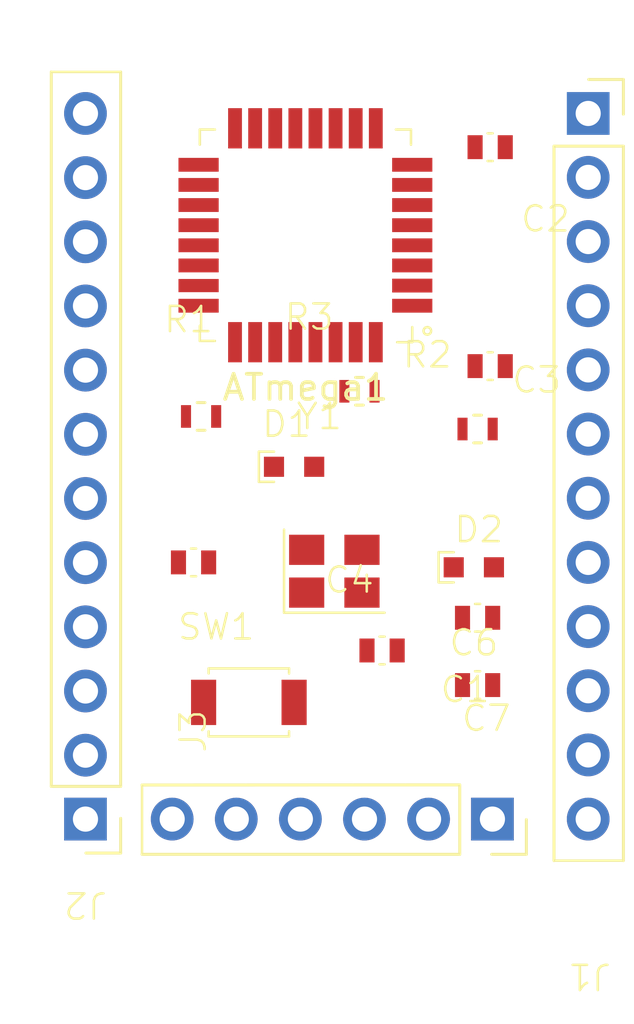
<source format=kicad_pcb>
(kicad_pcb (version 20241229) (generator "pcbnew") (generator_version "9.0")
  (layers (0 "F.Cu" signal) (2 "B.Cu" signal) (13 "F.Paste" user) (15 "B.Paste" user) (5 "F.SilkS" user "F.Silkscreen") (7 "B.SilkS" user "B.Silkscreen") (1 "F.Mask" user) (3 "B.Mask" user) (25 "Edge.Cuts" user))
  (net 0 "")
  (net 1 "Net-(C1-Pad2)")
  (net 2 "RAW")
  (net 3 "Net-(C6-Pad2)")
  (net 4 "Net-(C7-Pad2)")
  (net 5 "Net-(D1-A)")
  (net 6 "Net-(D1-K)")
  (net 7 "Net-(D2-K)")
  (net 8 "D3")
  (net 9 "D7")
  (net 10 "D2")
  (net 11 "GND")
  (net 12 "D6")
  (net 13 "DTR")
  (net 14 "D8")
  (net 15 "D5")
  (net 16 "RXI")
  (net 17 "D9")
  (net 18 "TXO")
  (net 19 "D4")
  (net 20 "D10")
  (net 21 "VCC")
  (net 22 "A1")
  (net 23 "SCK")
  (net 24 "A3")
  (net 25 "MISO")
  (net 26 "A2")
  (net 27 "A0")
  (net 28 "MOSI")
  (net 29 "Net-(R2-Pad2)")
  (net 30 "Net-(R3-Pad1)")
  (net 31 "Net-(ATmega1-AVCC)")
  (net 32 "A5")
  (net 33 "A7")
  (net 34 "A6")
  (net 35 "Net-(ATmega1-XTAL1{slash}PB6)")
  (net 36 "Net-(ATmega1-XTAL2{slash}PB7)")
  (net 37 "Net-(ATmega1-AREF)")
  (net 38 "A4")
  (net 39 "Net-(ATmega1-GND)")
  (net 40 "Net-(C3-Pad1)")
  (net 41 "Net-(C4-Pad1)")
  (net 42 "Net-(C4-Pad2)")
  (net 43 "Net-(Y1-Pad4)")
  (footprint "my_project:capacitor" (layer "F.Cu") (at 86.3 111.875)
    (property "Reference" "C7" (at -0.35 0.62 0) (layer "F.SilkS") (effects (font (thickness 0.1))))
    (property "Value" "100nF")
    (fp_line (start -0.6 -1.25) (end -0.8 -1.25) (stroke (width 0.1)) (layer "F.SilkS"))
    (fp_line (start -0.6 -0.15) (end -0.8 -0.15) (stroke (width 0.1)) (layer "F.SilkS"))
    (pad "1" smd rect (at -1.3 -0.7) (size 0.6 0.95) (layers "F.Cu" "F.Mask" "F.Paste") (net 2 "RAW"))
    (pad "2" smd rect (at -0.1 -0.7) (size 0.6 0.95) (layers "F.Cu" "F.Mask" "F.Paste") (net 4 "Net-(C7-Pad2)"))
  )
  (footprint "my_project:connector_3" (layer "F.Cu") (at 66.85 116.5 90)
    (property "Reference" "J3" (at 3.4925 7.4325 90) (layer "F.SilkS") (effects (font (thickness 0.1))))
    (property "Value" "~")
    (fp_line (start 1.355 5.4) (end -1.405 5.4) (stroke (width 0.1)) (layer "F.SilkS"))
    (fp_line (start 1.36 18.04) (end 1.355 5.4) (stroke (width 0.12)) (layer "F.SilkS"))
    (fp_line (start -1.4 18.04) (end -1.4 5.4) (stroke (width 0.12)) (layer "F.SilkS"))
    (fp_line (start -1.4 18.04) (end 1.36 18.04) (stroke (width 0.12)) (layer "F.SilkS"))
    (fp_line (start -1.4 19.31) (end -1.4 20.69) (stroke (width 0.12)) (layer "F.SilkS"))
    (fp_line (start -1.4 20.69) (end -0.02 20.69) (stroke (width 0.12)) (layer "F.SilkS"))
    (pad "1" thru_hole rect (at 0 19.34 90) (size 1.7 1.7) (drill 1) (layers "*.Cu" "*.Mask") (net 13 "DTR"))
    (pad "2" thru_hole circle (at 0 16.8 90) (size 1.7 1.7) (drill 1) (layers "*.Cu" "*.Mask") (net 18 "TXO"))
    (pad "3" thru_hole circle (at 0 14.25 90) (size 1.7 1.7) (drill 1) (layers "*.Cu" "*.Mask") (net 16 "RXI"))
    (pad "4" thru_hole circle (at 0 11.7 90) (size 1.7 1.7) (drill 1) (layers "*.Cu" "*.Mask") (net 21 "VCC"))
    (pad "5" thru_hole circle (at 0 9.15 90) (size 1.7 1.7) (drill 1) (layers "*.Cu" "*.Mask") (net 11 "GND"))
    (pad "6" thru_hole circle (at 0 6.6 90) (size 1.7 1.7) (drill 1) (layers "*.Cu" "*.Mask") (net 11 "GND"))
  )
  (footprint "my_project:switch" (layer "F.Cu") (at 76.5 106.8125)
    (property "Reference" "SW1" (at -1.3 2.05 0) (layer "F.SilkS") (effects (font (thickness 0.1))))
    (property "Value" "SW_Push")
    (fp_line (start -1.6 3.7) (end 1.6 3.7) (stroke (width 0.1)) (layer "F.SilkS"))
    (fp_line (start -1.6 3.9) (end -1.6 3.7) (stroke (width 0.1)) (layer "F.SilkS"))
    (fp_line (start -1.6 6.2) (end -1.6 6.4) (stroke (width 0.1)) (layer "F.SilkS"))
    (fp_line (start -1.6 6.4) (end 1.6 6.4) (stroke (width 0.1)) (layer "F.SilkS"))
    (fp_line (start 1.6 3.7) (end 1.6 3.9) (stroke (width 0.1)) (layer "F.SilkS"))
    (fp_line (start 1.6 6.4) (end 1.6 6.2) (stroke (width 0.1)) (layer "F.SilkS"))
    (pad "1" smd rect (at -1.8 5.05) (size 1 1.8) (layers "F.Cu" "F.Mask" "F.Paste") (net 42 "Net-(C4-Pad2)"))
    (pad "2" smd rect (at 1.8 5.05) (size 1 1.8) (layers "F.Cu" "F.Mask" "F.Paste") (net 13 "DTR"))
  )
  (footprint "my_project:capacitor" (layer "F.Cu") (at 75 107)
    (property "Reference" "C4" (at 5.5 0 0) (layer "F.SilkS") (effects (font (thickness 0.1))))
    (property "Value" "100nF")
    (fp_line (start -0.6 -1.25) (end -0.8 -1.25) (stroke (width 0.1)) (layer "F.SilkS"))
    (fp_line (start -0.6 -0.15) (end -0.8 -0.15) (stroke (width 0.1)) (layer "F.SilkS"))
    (pad "1" smd rect (at -1.3 -0.7) (size 0.6 0.95) (layers "F.Cu" "F.Mask" "F.Paste") (net 41 "Net-(C4-Pad1)"))
    (pad "2" smd rect (at -0.1 -0.7) (size 0.6 0.95) (layers "F.Cu" "F.Mask" "F.Paste") (net 42 "Net-(C4-Pad2)"))
  )
  (footprint "my_project:capacitor" (layer "F.Cu") (at 86.8 99.2)
    (property "Reference" "C3" (at 1.15 -0.15 0) (layer "F.SilkS") (effects (font (thickness 0.1))))
    (property "Value" "100nF")
    (fp_line (start -0.6 -1.25) (end -0.8 -1.25) (stroke (width 0.1)) (layer "F.SilkS"))
    (fp_line (start -0.6 -0.15) (end -0.8 -0.15) (stroke (width 0.1)) (layer "F.SilkS"))
    (pad "1" smd rect (at -1.3 -0.7) (size 0.6 0.95) (layers "F.Cu" "F.Mask" "F.Paste") (net 40 "Net-(C3-Pad1)"))
    (pad "2" smd rect (at -0.1 -0.7) (size 0.6 0.95) (layers "F.Cu" "F.Mask" "F.Paste") (net 37 "Net-(ATmega1-AREF)"))
  )
  (footprint "my_project:Resistor" (layer "F.Cu") (at 85.6 96.55)
    (property "Reference" "R2" (at -2 1.5 0) (layer "F.SilkS") (effects (font (thickness 0.1))))
    (property "Value" "~")
    (fp_line (start -0.153641 3.9) (end 0.153641 3.9) (stroke (width 0.12)) (layer "F.SilkS"))
    (fp_line (start -0.153641 5) (end 0.153641 5) (stroke (width 0.12)) (layer "F.SilkS"))
    (pad "1" smd rect (at -0.6 4.45) (size 0.4 0.9) (layers "F.Cu" "F.Mask" "F.Paste") (net 7 "Net-(D2-K)"))
    (pad "2" smd rect (at 0.6 4.45) (size 0.4 0.9) (layers "F.Cu" "F.Mask" "F.Paste") (net 29 "Net-(R2-Pad2)"))
  )
  (footprint "my_project:Resistor" (layer "F.Cu") (at 74.6 96.05)
    (property "Reference" "R1" (at -0.5 0.6 0) (layer "F.SilkS") (effects (font (thickness 0.1))))
    (property "Value" "330")
    (fp_line (start -0.153641 3.9) (end 0.153641 3.9) (stroke (width 0.12)) (layer "F.SilkS"))
    (fp_line (start -0.153641 5) (end 0.153641 5) (stroke (width 0.12)) (layer "F.SilkS"))
    (pad "1" smd rect (at -0.6 4.45) (size 0.4 0.9) (layers "F.Cu" "F.Mask" "F.Paste") (net 23 "SCK"))
    (pad "2" smd rect (at 0.6 4.45) (size 0.4 0.9) (layers "F.Cu" "F.Mask" "F.Paste") (net 5 "Net-(D1-A)"))
  )
  (footprint "my_project:capacitor" (layer "F.Cu") (at 86.3 109.2)
    (property "Reference" "C6" (at -0.85 0.295 0) (layer "F.SilkS") (effects (font (thickness 0.1))))
    (property "Value" "1uF")
    (fp_line (start -0.6 -1.25) (end -0.8 -1.25) (stroke (width 0.1)) (layer "F.SilkS"))
    (fp_line (start -0.6 -0.15) (end -0.8 -0.15) (stroke (width 0.1)) (layer "F.SilkS"))
    (pad "1" smd rect (at -1.3 -0.7) (size 0.6 0.95) (layers "F.Cu" "F.Mask" "F.Paste") (net 2 "RAW"))
    (pad "2" smd rect (at -0.1 -0.7) (size 0.6 0.95) (layers "F.Cu" "F.Mask" "F.Paste") (net 3 "Net-(C6-Pad2)"))
  )
  (footprint "my_project:connector_1" (layer "F.Cu") (at 90.05 122.25 180)
    (property "Reference" "J1" (at 0 -0.5 180) (layer "F.SilkS") (effects (font (thickness 0.1))))
    (property "Value" "~")
    (fp_line (start 1.41 32.49) (end 1.41 4.1) (stroke (width 0.12)) (layer "F.SilkS"))
    (fp_line (start 1.41 4.1) (end -1.35 4.1) (stroke (width 0.1)) (layer "F.SilkS"))
    (fp_line (start -1.35 35.14) (end 0.03 35.14) (stroke (width 0.12)) (layer "F.SilkS"))
    (fp_line (start -1.35 33.76) (end -1.35 35.14) (stroke (width 0.12)) (layer "F.SilkS"))
    (fp_line (start -1.35 32.49) (end 1.41 32.49) (stroke (width 0.12)) (layer "F.SilkS"))
    (fp_line (start -1.35 32.49) (end -1.35 4.1) (stroke (width 0.12)) (layer "F.SilkS"))
    (pad "1" thru_hole rect (at 0.05 33.79 180) (size 1.7 1.7) (drill 1) (layers "*.Cu" "*.Mask") (net 17 "D9"))
    (pad "2" thru_hole circle (at 0.05 31.25 180) (size 1.7 1.7) (drill 1) (layers "*.Cu" "*.Mask") (net 14 "D8"))
    (pad "3" thru_hole circle (at 0.05 28.7 180) (size 1.7 1.7) (drill 1) (layers "*.Cu" "*.Mask") (net 9 "D7"))
    (pad "4" thru_hole circle (at 0.05 26.15 180) (size 1.7 1.7) (drill 1) (layers "*.Cu" "*.Mask") (net 12 "D6"))
    (pad "5" thru_hole circle (at 0.05 23.6 180) (size 1.7 1.7) (drill 1) (layers "*.Cu" "*.Mask") (net 15 "D5"))
    (pad "6" thru_hole circle (at 0.05 21.05 180) (size 1.7 1.7) (drill 1) (layers "*.Cu" "*.Mask") (net 19 "D4"))
    (pad "7" thru_hole circle (at 0.05 18.5 180) (size 1.7 1.7) (drill 1) (layers "*.Cu" "*.Mask") (net 8 "D3"))
    (pad "8" thru_hole circle (at 0.05 15.95 180) (size 1.7 1.7) (drill 1) (layers "*.Cu" "*.Mask") (net 10 "D2"))
    (pad "9" thru_hole circle (at 0.05 13.4 180) (size 1.7 1.7) (drill 1) (layers "*.Cu" "*.Mask") (net 11 "GND"))
    (pad "10" thru_hole circle (at 0.05 10.85 180) (size 1.7 1.7) (drill 1) (layers "*.Cu" "*.Mask") (net 13 "DTR"))
    (pad "11" thru_hole circle (at 0.05 8.3 180) (size 1.7 1.7) (drill 1) (layers "*.Cu" "*.Mask") (net 16 "RXI"))
    (pad "12" thru_hole circle (at 0.05 5.75 180) (size 1.7 1.7) (drill 1) (layers "*.Cu" "*.Mask") (net 18 "TXO"))
  )
  (footprint "my_project:ATmega328-PAU" (layer "F.Cu") (at 78.75 93.3 180)
    (property "Reference" "ATmega1" (at 0 -6.05 0) (layer "F.SilkS"))
    (property "Value" "~")
    (fp_line (start 4.2 4.2) (end 3.6 4.2) (stroke (width 0.1)) (layer "F.SilkS"))
    (fp_line (start 4.2 3.6) (end 4.2 4.2) (stroke (width 0.1)) (layer "F.SilkS"))
    (fp_line (start 4.2 -4.2) (end 4.2 -3.6) (stroke (width 0.1)) (layer "F.SilkS"))
    (fp_line (start 3.6 -4.2) (end 4.2 -4.2) (stroke (width 0.1)) (layer "F.SilkS"))
    (fp_line (start -3.6 4.2) (end -4.2 4.2) (stroke (width 0.1)) (layer "F.SilkS"))
    (fp_line (start -4.2 4.2) (end -4.2 3.6) (stroke (width 0.1)) (layer "F.SilkS"))
    (fp_line (start -4.25 -3.65) (end -4.25 -4.25) (stroke (width 0.1)) (layer "F.SilkS"))
    (fp_line (start -4.25 -4.25) (end -3.65 -4.25) (stroke (width 0.1)) (layer "F.SilkS"))
    (fp_circle (center -4.85 -3.8) (end -5 -3.8) (stroke (width 0.1)) (fill no) (layer "F.SilkS"))
    (pad "1" smd rect (at -4.25 -2.8 270) (size 0.55 1.6) (layers "F.Cu" "F.Mask" "F.Paste") (net 8 "D3"))
    (pad "2" smd rect (at -4.25 -2 270) (size 0.55 1.6) (layers "F.Cu" "F.Mask" "F.Paste") (net 19 "D4"))
    (pad "3" smd rect (at -4.25 -1.2 270) (size 0.55 1.6) (layers "F.Cu" "F.Mask" "F.Paste") (net 39 "Net-(ATmega1-GND)"))
    (pad "4" smd rect (at -4.25 -0.4 270) (size 0.55 1.6) (layers "F.Cu" "F.Mask" "F.Paste") (net 31 "Net-(ATmega1-AVCC)"))
    (pad "5" smd rect (at -4.25 0.4 270) (size 0.55 1.6) (layers "F.Cu" "F.Mask" "F.Paste"))
    (pad "6" smd rect (at -4.25 1.2 270) (size 0.55 1.6) (layers "F.Cu" "F.Mask" "F.Paste"))
    (pad "7" smd rect (at -4.25 2 270) (size 0.55 1.6) (layers "F.Cu" "F.Mask" "F.Paste") (net 35 "Net-(ATmega1-XTAL1{slash}PB6)"))
    (pad "8" smd rect (at -4.25 2.8 270) (size 0.55 1.6) (layers "F.Cu" "F.Mask" "F.Paste") (net 36 "Net-(ATmega1-XTAL2{slash}PB7)"))
    (pad "9" smd rect (at -2.8 4.25 180) (size 0.55 1.6) (layers "F.Cu" "F.Mask" "F.Paste") (net 15 "D5"))
    (pad "10" smd rect (at -2 4.25 180) (size 0.55 1.6) (layers "F.Cu" "F.Mask" "F.Paste") (net 12 "D6"))
    (pad "11" smd rect (at -1.2 4.25 180) (size 0.55 1.6) (layers "F.Cu" "F.Mask" "F.Paste") (net 9 "D7"))
    (pad "12" smd rect (at -0.4 4.25 180) (size 0.55 1.6) (layers "F.Cu" "F.Mask" "F.Paste") (net 14 "D8"))
    (pad "13" smd rect (at 0.4 4.25 180) (size 0.55 1.6) (layers "F.Cu" "F.Mask" "F.Paste") (net 17 "D9"))
    (pad "14" smd rect (at 1.2 4.25 180) (size 0.55 1.6) (layers "F.Cu" "F.Mask" "F.Paste") (net 20 "D10"))
    (pad "15" smd rect (at 2 4.25 180) (size 0.55 1.6) (layers "F.Cu" "F.Mask" "F.Paste") (net 28 "MOSI"))
    (pad "16" smd rect (at 2.8 4.25 180) (size 0.55 1.6) (layers "F.Cu" "F.Mask" "F.Paste") (net 25 "MISO"))
    (pad "17" smd rect (at 4.25 2.8 270) (size 0.55 1.6) (layers "F.Cu" "F.Mask" "F.Paste") (net 23 "SCK"))
    (pad "18" smd rect (at 4.25 2 270) (size 0.55 1.6) (layers "F.Cu" "F.Mask" "F.Paste") (net 31 "Net-(ATmega1-AVCC)"))
    (pad "19" smd rect (at 4.25 1.2 270) (size 0.55 1.6) (layers "F.Cu" "F.Mask" "F.Paste") (net 34 "A6"))
    (pad "20" smd rect (at 4.25 0.4 270) (size 0.55 1.6) (layers "F.Cu" "F.Mask" "F.Paste") (net 37 "Net-(ATmega1-AREF)"))
    (pad "21" smd rect (at 4.25 -0.4 270) (size 0.55 1.6) (layers "F.Cu" "F.Mask" "F.Paste"))
    (pad "22" smd rect (at 4.25 -1.2 270) (size 0.55 1.6) (layers "F.Cu" "F.Mask" "F.Paste") (net 33 "A7"))
    (pad "23" smd rect (at 4.25 -2 270) (size 0.525 1.6) (layers "F.Cu" "F.Mask" "F.Paste") (net 27 "A0") (clearance 0))
    (pad "24" smd rect (at 4.25 -2.8 270) (size 0.55 1.6) (layers "F.Cu" "F.Mask" "F.Paste") (net 22 "A1"))
    (pad "25" smd rect (at 2.8 -4.25 180) (size 0.55 1.6) (layers "F.Cu" "F.Mask" "F.Paste") (net 26 "A2"))
    (pad "26" smd rect (at 2 -4.25 180) (size 0.55 1.6) (layers "F.Cu" "F.Mask" "F.Paste") (net 24 "A3"))
    (pad "27" smd rect (at 1.2 -4.25 180) (size 0.55 1.6) (layers "F.Cu" "F.Mask" "F.Paste") (net 38 "A4"))
    (pad "28" smd rect (at 0.4 -4.25 180) (size 0.55 1.6) (layers "F.Cu" "F.Mask" "F.Paste") (net 32 "A5"))
    (pad "29" smd rect (at -0.4 -4.25 180) (size 0.55 1.6) (layers "F.Cu" "F.Mask" "F.Paste") (net 13 "DTR"))
    (pad "30" smd rect (at -1.2 -4.25 180) (size 0.55 1.6) (layers "F.Cu" "F.Mask" "F.Paste") (net 16 "RXI"))
    (pad "31" smd rect (at -2 -4.25 180) (size 0.55 1.6) (layers "F.Cu" "F.Mask" "F.Paste") (net 18 "TXO"))
    (pad "32" smd rect (at -2.8 -4.25 180) (size 0.55 1.6) (layers "F.Cu" "F.Mask" "F.Paste") (net 10 "D2"))
  )
  (footprint "my_project:Crystal" (layer "F.Cu") (at 79.95 100.7)
    (property "Reference" "Y1" (at -0.65 -0.2 0) (layer "F.SilkS") (effects (font (thickness 0.1))))
    (property "Value" "16MHz")
    (fp_line (start -2.05 4.3) (end -2.05 7.6) (stroke (width 0.1)) (layer "F.SilkS"))
    (fp_line (start -2.05 7.6) (end 1.95 7.6) (stroke (width 0.1)) (layer "F.SilkS"))
    (pad "1" smd rect (at -1.15 6.8) (size 1.4 1.2) (layers "F.Cu" "F.Mask" "F.Paste") (net 35 "Net-(ATmega1-XTAL1{slash}PB6)"))
    (pad "2" smd rect (at 1.05 6.8) (size 1.4 1.2) (layers "F.Cu" "F.Mask" "F.Paste") (net 1 "Net-(C1-Pad2)"))
    (pad "3" smd rect (at 1.05 5.1) (size 1.4 1.2) (layers "F.Cu" "F.Mask" "F.Paste") (net 36 "Net-(ATmega1-XTAL2{slash}PB7)"))
    (pad "4" smd rect (at -1.15 5.1) (size 1.4 1.2) (layers "F.Cu" "F.Mask" "F.Paste") (net 43 "Net-(Y1-Pad4)"))
  )
  (footprint "my_project:led" (layer "F.Cu") (at 85.45 106.495)
    (property "Reference" "D2" (at 0.2 -1.5 0) (layer "F.SilkS") (effects (font (thickness 0.1))))
    (property "Value" "Red")
    (fp_line (start -1.4 -0.6) (end -1.4 0.6) (stroke (width 0.1)) (layer "F.SilkS"))
    (fp_line (start -1.4 0.6) (end -0.8 0.6) (stroke (width 0.1)) (layer "F.SilkS"))
    (fp_line (start -0.8 -0.6) (end -1.4 -0.6) (stroke (width 0.1)) (layer "F.SilkS"))
    (pad "1" smd rect (at -0.8 0) (size 0.8 0.8) (layers "F.Cu" "F.Mask" "F.Paste") (net 7 "Net-(D2-K)"))
    (pad "2" smd rect (at 0.8 0) (size 0.8 0.8) (layers "F.Cu" "F.Mask" "F.Paste") (net 2 "RAW"))
  )
  (footprint "my_project:led" (layer "F.Cu") (at 78.3 102.5)
    (property "Reference" "D1" (at -0.3 -1.695 0) (layer "F.SilkS") (effects (font (thickness 0.1))))
    (property "Value" "Green")
    (fp_line (start -1.4 -0.6) (end -1.4 0.6) (stroke (width 0.1)) (layer "F.SilkS"))
    (fp_line (start -1.4 0.6) (end -0.8 0.6) (stroke (width 0.1)) (layer "F.SilkS"))
    (fp_line (start -0.8 -0.6) (end -1.4 -0.6) (stroke (width 0.1)) (layer "F.SilkS"))
    (pad "1" smd rect (at -0.8 0) (size 0.8 0.8) (layers "F.Cu" "F.Mask" "F.Paste") (net 6 "Net-(D1-K)"))
    (pad "2" smd rect (at 0.8 0) (size 0.8 0.8) (layers "F.Cu" "F.Mask" "F.Paste") (net 5 "Net-(D1-A)"))
  )
  (footprint "my_project:Resistor" (layer "F.Cu") (at 80.9 95.05)
    (property "Reference" "R3" (at -2 1.5 0) (layer "F.SilkS") (effects (font (thickness 0.1))))
    (property "Value" "10K")
    (fp_line (start -0.153641 3.9) (end 0.153641 3.9) (stroke (width 0.12)) (layer "F.SilkS"))
    (fp_line (start -0.153641 5) (end 0.153641 5) (stroke (width 0.12)) (layer "F.SilkS"))
    (pad "1" smd rect (at -0.6 4.45) (size 0.4 0.9) (layers "F.Cu" "F.Mask" "F.Paste") (net 30 "Net-(R3-Pad1)"))
    (pad "2" smd rect (at 0.6 4.45) (size 0.4 0.9) (layers "F.Cu" "F.Mask" "F.Paste") (net 13 "DTR"))
  )
  (footprint "my_project:connector_2" (layer "F.Cu") (at 70 124.41 180)
    (property "Reference" "J2" (at 0 4.5 180) (layer "F.SilkS") (effects (font (thickness 0.1))))
    (property "Value" "~")
    (fp_line (start 1.36 37.6) (end -1.4 37.6) (stroke (width 0.1)) (layer "F.SilkS"))
    (fp_line (start 1.36 9.21) (end 1.36 37.6) (stroke (width 0.12)) (layer "F.SilkS"))
    (fp_line (start -1.4 9.21) (end 1.36 9.21) (stroke (width 0.12)) (layer "F.SilkS"))
    (fp_line (start -1.4 9.21) (end -1.4 37.6) (stroke (width 0.12)) (layer "F.SilkS"))
    (fp_line (start -1.4 7.94) (end -1.4 6.56) (stroke (width 0.12)) (layer "F.SilkS"))
    (fp_line (start -1.4 6.56) (end -0.02 6.56) (stroke (width 0.12)) (layer "F.SilkS"))
    (pad "1" thru_hole rect (at 0 7.91 180) (size 1.7 1.7) (drill 1) (layers "*.Cu" "*.Mask") (net 2 "RAW"))
    (pad "2" thru_hole circle (at 0 10.45 180) (size 1.7 1.7) (drill 1) (layers "*.Cu" "*.Mask") (net 11 "GND"))
    (pad "3" thru_hole circle (at 0 13 180) (size 1.7 1.7) (drill 1) (layers "*.Cu" "*.Mask") (net 13 "DTR"))
    (pad "4" thru_hole circle (at 0 15.55 180) (size 1.7 1.7) (drill 1) (layers "*.Cu" "*.Mask") (net 21 "VCC"))
    (pad "5" thru_hole circle (at 0 18.1 180) (size 1.7 1.7) (drill 1) (layers "*.Cu" "*.Mask") (net 24 "A3"))
    (pad "6" thru_hole circle (at 0 20.65 180) (size 1.7 1.7) (drill 1) (layers "*.Cu" "*.Mask") (net 26 "A2"))
    (pad "7" thru_hole circle (at 0 23.2 180) (size 1.7 1.7) (drill 1) (layers "*.Cu" "*.Mask") (net 22 "A1"))
    (pad "8" thru_hole circle (at 0 25.75 180) (size 1.7 1.7) (drill 1) (layers "*.Cu" "*.Mask") (net 27 "A0"))
    (pad "9" thru_hole circle (at 0 28.3 180) (size 1.7 1.7) (drill 1) (layers "*.Cu" "*.Mask") (net 23 "SCK"))
    (pad "10" thru_hole circle (at 0 30.85 180) (size 1.7 1.7) (drill 1) (layers "*.Cu" "*.Mask") (net 25 "MISO"))
    (pad "11" thru_hole circle (at 0 33.4 180) (size 1.7 1.7) (drill 1) (layers "*.Cu" "*.Mask") (net 28 "MOSI"))
    (pad "12" thru_hole circle (at 0 35.95 180) (size 1.7 1.7) (drill 1) (layers "*.Cu" "*.Mask") (net 20 "D10"))
  )
  (footprint "my_project:capacitor" (layer "F.Cu") (at 82.5 110.5)
    (property "Reference" "C1" (at 2.6 0.85 0) (layer "F.SilkS") (effects (font (thickness 0.1))))
    (property "Value" "12pF")
    (fp_line (start -0.6 -1.25) (end -0.8 -1.25) (stroke (width 0.1)) (layer "F.SilkS"))
    (fp_line (start -0.6 -0.15) (end -0.8 -0.15) (stroke (width 0.1)) (layer "F.SilkS"))
    (pad "1" smd rect (at -1.3 -0.7) (size 0.6 0.95) (layers "F.Cu" "F.Mask" "F.Paste") (net 36 "Net-(ATmega1-XTAL2{slash}PB7)"))
    (pad "2" smd rect (at -0.1 -0.7) (size 0.6 0.95) (layers "F.Cu" "F.Mask" "F.Paste") (net 1 "Net-(C1-Pad2)"))
  )
  (footprint "my_project:capacitor" (layer "F.Cu") (at 86.8 90.5)
    (property "Reference" "C2" (at 1.5 2.15 0) (layer "F.SilkS") (effects (font (thickness 0.1))))
    (property "Value" "12pF")
    (fp_line (start -0.6 -1.25) (end -0.8 -1.25) (stroke (width 0.1)) (layer "F.SilkS"))
    (fp_line (start -0.6 -0.15) (end -0.8 -0.15) (stroke (width 0.1)) (layer "F.SilkS"))
    (pad "1" smd rect (at -1.3 -0.7) (size 0.6 0.95) (layers "F.Cu" "F.Mask" "F.Paste") (net 35 "Net-(ATmega1-XTAL1{slash}PB6)"))
    (pad "2" smd rect (at -0.1 -0.7) (size 0.6 0.95) (layers "F.Cu" "F.Mask" "F.Paste") (net 1 "Net-(C1-Pad2)"))
  )
)
</source>
